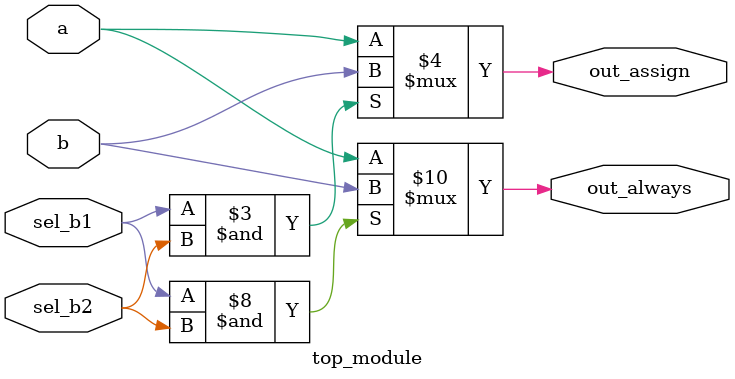
<source format=v>
module top_module(
    input a,
    input b,
    input sel_b1,
    input sel_b2,
    output wire out_assign,
    output reg out_always
);
    assign out_assign = (sel_b1 == 1 & sel_b2 == 1) ? b : a;
    always @(*) begin
        if (sel_b1 == 1 & sel_b2 == 1) begin
            out_always = b;
        end
        else begin
            out_always = a;
        end
    end
endmodule

</source>
